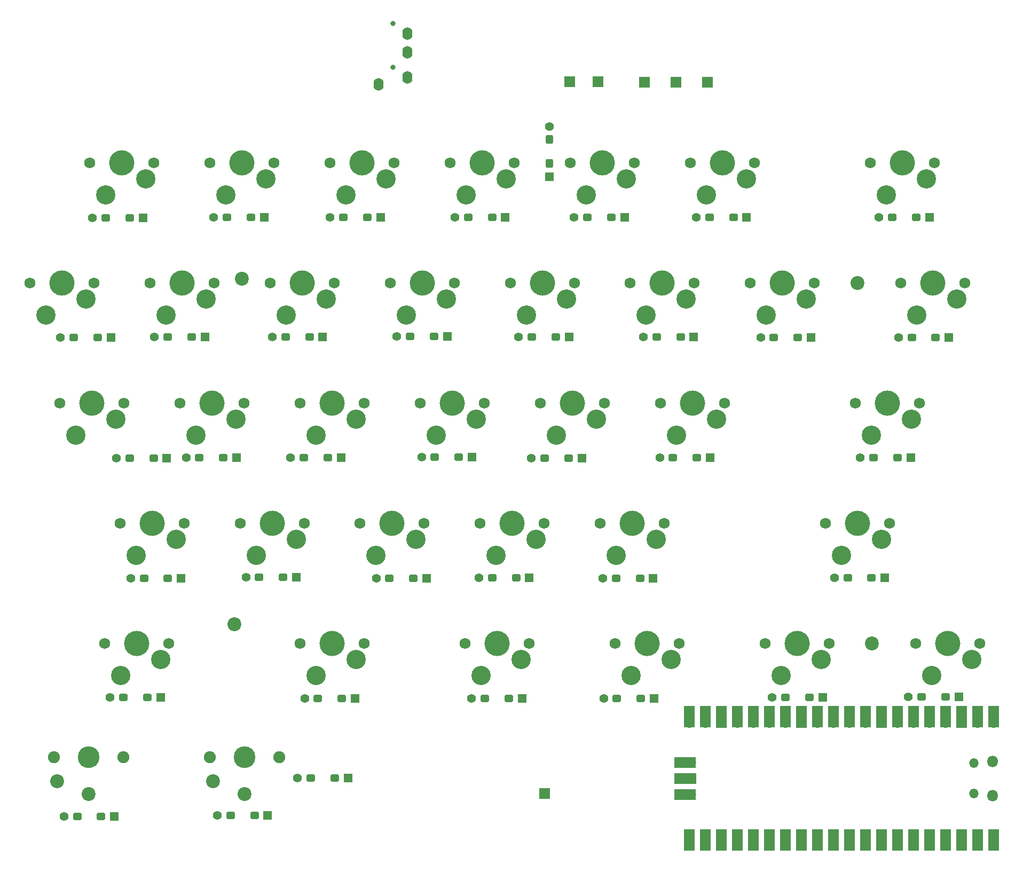
<source format=gbr>
%TF.GenerationSoftware,KiCad,Pcbnew,8.0.7*%
%TF.CreationDate,2025-05-31T19:51:50+02:00*%
%TF.ProjectId,pcb_keyboard_dx,7063625f-6b65-4796-926f-6172645f6478,rev?*%
%TF.SameCoordinates,Original*%
%TF.FileFunction,Soldermask,Top*%
%TF.FilePolarity,Negative*%
%FSLAX46Y46*%
G04 Gerber Fmt 4.6, Leading zero omitted, Abs format (unit mm)*
G04 Created by KiCad (PCBNEW 8.0.7) date 2025-05-31 19:51:50*
%MOMM*%
%LPD*%
G01*
G04 APERTURE LIST*
G04 Aperture macros list*
%AMRoundRect*
0 Rectangle with rounded corners*
0 $1 Rounding radius*
0 $2 $3 $4 $5 $6 $7 $8 $9 X,Y pos of 4 corners*
0 Add a 4 corners polygon primitive as box body*
4,1,4,$2,$3,$4,$5,$6,$7,$8,$9,$2,$3,0*
0 Add four circle primitives for the rounded corners*
1,1,$1+$1,$2,$3*
1,1,$1+$1,$4,$5*
1,1,$1+$1,$6,$7*
1,1,$1+$1,$8,$9*
0 Add four rect primitives between the rounded corners*
20,1,$1+$1,$2,$3,$4,$5,0*
20,1,$1+$1,$4,$5,$6,$7,0*
20,1,$1+$1,$6,$7,$8,$9,0*
20,1,$1+$1,$8,$9,$2,$3,0*%
G04 Aperture macros list end*
%ADD10C,1.900000*%
%ADD11C,3.450000*%
%ADD12C,2.200000*%
%ADD13C,1.750000*%
%ADD14C,3.050000*%
%ADD15C,4.000000*%
%ADD16O,1.800000X1.800000*%
%ADD17O,1.500000X1.500000*%
%ADD18O,1.700000X1.700000*%
%ADD19R,1.700000X3.500000*%
%ADD20R,1.700000X1.700000*%
%ADD21R,3.500000X1.700000*%
%ADD22C,0.800000*%
%ADD23O,1.600000X2.000000*%
%ADD24R,1.400000X1.400000*%
%ADD25RoundRect,0.300000X0.400000X0.300000X-0.400000X0.300000X-0.400000X-0.300000X0.400000X-0.300000X0*%
%ADD26C,1.400000*%
%ADD27RoundRect,0.300000X0.300000X-0.400000X0.300000X0.400000X-0.300000X0.400000X-0.300000X-0.400000X0*%
G04 APERTURE END LIST*
D10*
%TO.C,S3*%
X46662250Y-139852000D03*
D11*
X41162250Y-139852000D03*
D10*
X35662250Y-139852000D03*
D12*
X41162250Y-145752000D03*
X36162250Y-143652000D03*
%TD*%
D13*
%TO.C,S8*%
X53911000Y-121827000D03*
D14*
X52641000Y-124367000D03*
D15*
X48831000Y-121827000D03*
D14*
X46291000Y-126907000D03*
D13*
X43751000Y-121827000D03*
%TD*%
%TO.C,S18*%
X94374750Y-102787000D03*
D14*
X93104750Y-105327000D03*
D15*
X89294750Y-102787000D03*
D14*
X86754750Y-107867000D03*
D13*
X84214750Y-102787000D03*
%TD*%
D16*
%TO.C,U1*%
X184549750Y-140525419D03*
D17*
X181519750Y-140825419D03*
X181519750Y-145675419D03*
D16*
X184549750Y-145975419D03*
D18*
X184679750Y-134360419D03*
D19*
X184679750Y-133460419D03*
D18*
X182139750Y-134360419D03*
D19*
X182139750Y-133460419D03*
D20*
X179599750Y-134360419D03*
D19*
X179599750Y-133460419D03*
D18*
X177059750Y-134360419D03*
D19*
X177059750Y-133460419D03*
D18*
X174519750Y-134360419D03*
D19*
X174519750Y-133460419D03*
D18*
X171979750Y-134360419D03*
D19*
X171979750Y-133460419D03*
D18*
X169439750Y-134360419D03*
D19*
X169439750Y-133460419D03*
D20*
X166899750Y-134360419D03*
D19*
X166899750Y-133460419D03*
D18*
X164359750Y-134360419D03*
D19*
X164359750Y-133460419D03*
D18*
X161819750Y-134360419D03*
D19*
X161819750Y-133460419D03*
D18*
X159279750Y-134360419D03*
D19*
X159279750Y-133460419D03*
D18*
X156739750Y-134360419D03*
D19*
X156739750Y-133460419D03*
D20*
X154199750Y-134360419D03*
D19*
X154199750Y-133460419D03*
D18*
X151659750Y-134360419D03*
D19*
X151659750Y-133460419D03*
D18*
X149119750Y-134360419D03*
D19*
X149119750Y-133460419D03*
D18*
X146579750Y-134360419D03*
D19*
X146579750Y-133460419D03*
D18*
X144039750Y-134360419D03*
D19*
X144039750Y-133460419D03*
D20*
X141499750Y-134360419D03*
D19*
X141499750Y-133460419D03*
D18*
X138959750Y-134360419D03*
D19*
X138959750Y-133460419D03*
D18*
X136419750Y-134360419D03*
D19*
X136419750Y-133460419D03*
D18*
X136419750Y-152140419D03*
D19*
X136419750Y-153040419D03*
D18*
X138959750Y-152140419D03*
D19*
X138959750Y-153040419D03*
D20*
X141499750Y-152140419D03*
D19*
X141499750Y-153040419D03*
D18*
X144039750Y-152140419D03*
D19*
X144039750Y-153040419D03*
D18*
X146579750Y-152140419D03*
D19*
X146579750Y-153040419D03*
D18*
X149119750Y-152140419D03*
D19*
X149119750Y-153040419D03*
D18*
X151659750Y-152140419D03*
D19*
X151659750Y-153040419D03*
D20*
X154199750Y-152140419D03*
D19*
X154199750Y-153040419D03*
D18*
X156739750Y-152140419D03*
D19*
X156739750Y-153040419D03*
D18*
X159279750Y-152140419D03*
D19*
X159279750Y-153040419D03*
D18*
X161819750Y-152140419D03*
D19*
X161819750Y-153040419D03*
D18*
X164359750Y-152140419D03*
D19*
X164359750Y-153040419D03*
D20*
X166899750Y-152140419D03*
D19*
X166899750Y-153040419D03*
D18*
X169439750Y-152140419D03*
D19*
X169439750Y-153040419D03*
D18*
X171979750Y-152140419D03*
D19*
X171979750Y-153040419D03*
D18*
X174519750Y-152140419D03*
D19*
X174519750Y-153040419D03*
D18*
X177059750Y-152140419D03*
D19*
X177059750Y-153040419D03*
D20*
X179599750Y-152140419D03*
D19*
X179599750Y-153040419D03*
D18*
X182139750Y-152140419D03*
D19*
X182139750Y-153040419D03*
D18*
X184679750Y-152140419D03*
D19*
X184679750Y-153040419D03*
D18*
X136649750Y-140710419D03*
D21*
X135749750Y-140710419D03*
D20*
X136649750Y-143250419D03*
D21*
X135749750Y-143250419D03*
D18*
X136649750Y-145790419D03*
D21*
X135749750Y-145790419D03*
%TD*%
D13*
%TO.C,S6*%
X65814750Y-83747000D03*
D14*
X64544750Y-86287000D03*
D15*
X60734750Y-83747000D03*
D14*
X58194750Y-88827000D03*
D13*
X55654750Y-83747000D03*
%TD*%
%TO.C,S32*%
X175304750Y-45657000D03*
D14*
X174034750Y-48197000D03*
D15*
X170224750Y-45657000D03*
D14*
X167684750Y-50737000D03*
D13*
X165144750Y-45657000D03*
%TD*%
D22*
%TO.C,U3*%
X89449750Y-23518600D03*
X89449750Y-30518600D03*
D23*
X87149750Y-33218600D03*
X91749750Y-32118600D03*
X91749750Y-28118600D03*
X91749750Y-25118600D03*
%TD*%
D13*
%TO.C,S33*%
X180067250Y-64707000D03*
D14*
X178797250Y-67247000D03*
D15*
X174987250Y-64707000D03*
D14*
X172447250Y-69787000D03*
D13*
X169907250Y-64707000D03*
%TD*%
%TO.C,S25*%
X137214750Y-64707000D03*
D14*
X135944750Y-67247000D03*
D15*
X132134750Y-64707000D03*
D14*
X129594750Y-69787000D03*
D13*
X127054750Y-64707000D03*
%TD*%
%TO.C,S5*%
X61054750Y-64707000D03*
D14*
X59784750Y-67247000D03*
D15*
X55974750Y-64707000D03*
D14*
X53434750Y-69787000D03*
D13*
X50894750Y-64707000D03*
%TD*%
%TO.C,S7*%
X56294750Y-102787000D03*
D14*
X55024750Y-105327000D03*
D15*
X51214750Y-102787000D03*
D14*
X48674750Y-107867000D03*
D13*
X46134750Y-102787000D03*
%TD*%
%TO.C,S36*%
X182448500Y-121827000D03*
D14*
X181178500Y-124367000D03*
D15*
X177368500Y-121827000D03*
D14*
X174828500Y-126907000D03*
D13*
X172288500Y-121827000D03*
%TD*%
%TO.C,S30*%
X156254750Y-64707000D03*
D14*
X154984750Y-67247000D03*
D15*
X151174750Y-64707000D03*
D14*
X148634750Y-69787000D03*
D13*
X146094750Y-64707000D03*
%TD*%
%TO.C,S2*%
X46774750Y-83747000D03*
D14*
X45504750Y-86287000D03*
D15*
X41694750Y-83747000D03*
D14*
X39154750Y-88827000D03*
D13*
X36614750Y-83747000D03*
%TD*%
%TO.C,S27*%
X132454750Y-102787000D03*
D14*
X131184750Y-105327000D03*
D15*
X127374750Y-102787000D03*
D14*
X124834750Y-107867000D03*
D13*
X122294750Y-102787000D03*
%TD*%
%TO.C,S9*%
X70569750Y-45657000D03*
D14*
X69299750Y-48197000D03*
D15*
X65489750Y-45657000D03*
D14*
X62949750Y-50737000D03*
D13*
X60409750Y-45657000D03*
%TD*%
%TO.C,S10*%
X80094750Y-64707000D03*
D14*
X78824750Y-67247000D03*
D15*
X75014750Y-64707000D03*
D14*
X72474750Y-69787000D03*
D13*
X69934750Y-64707000D03*
%TD*%
%TO.C,S1*%
X42014750Y-64707000D03*
D14*
X40744750Y-67247000D03*
D15*
X36934750Y-64707000D03*
D14*
X34394750Y-69787000D03*
D13*
X31854750Y-64707000D03*
%TD*%
%TO.C,S13*%
X84852250Y-121827000D03*
D14*
X83582250Y-124367000D03*
D15*
X79772250Y-121827000D03*
D14*
X77232250Y-126907000D03*
D13*
X74692250Y-121827000D03*
%TD*%
%TO.C,S17*%
X103894750Y-83747000D03*
D14*
X102624750Y-86287000D03*
D15*
X98814750Y-83747000D03*
D14*
X96274750Y-88827000D03*
D13*
X93734750Y-83747000D03*
%TD*%
D20*
%TO.C,TP6*%
X113463964Y-145664614D03*
%TD*%
D13*
%TO.C,S23*%
X111033500Y-121827000D03*
D14*
X109763500Y-124367000D03*
D15*
X105953500Y-121827000D03*
D14*
X103413500Y-126907000D03*
D13*
X100873500Y-121827000D03*
%TD*%
D20*
%TO.C,TP4*%
X134339750Y-32827000D03*
%TD*%
D13*
%TO.C,S21*%
X122934750Y-83747000D03*
D14*
X121664750Y-86287000D03*
D15*
X117854750Y-83747000D03*
D14*
X115314750Y-88827000D03*
D13*
X112774750Y-83747000D03*
%TD*%
%TO.C,S31*%
X158633500Y-121827000D03*
D14*
X157363500Y-124367000D03*
D15*
X153553500Y-121827000D03*
D14*
X151013500Y-126907000D03*
D13*
X148473500Y-121827000D03*
%TD*%
%TO.C,S28*%
X134833500Y-121827000D03*
D14*
X133563500Y-124367000D03*
D15*
X129753500Y-121827000D03*
D14*
X127213500Y-126907000D03*
D13*
X124673500Y-121827000D03*
%TD*%
%TO.C,S24*%
X127689750Y-45657000D03*
D14*
X126419750Y-48197000D03*
D15*
X122609750Y-45657000D03*
D14*
X120069750Y-50737000D03*
D13*
X117529750Y-45657000D03*
%TD*%
%TO.C,S35*%
X168161000Y-102787000D03*
D14*
X166891000Y-105327000D03*
D15*
X163081000Y-102787000D03*
D14*
X160541000Y-107867000D03*
D13*
X158001000Y-102787000D03*
%TD*%
%TO.C,S26*%
X141974750Y-83747000D03*
D14*
X140704750Y-86287000D03*
D15*
X136894750Y-83747000D03*
D14*
X134354750Y-88827000D03*
D13*
X131814750Y-83747000D03*
%TD*%
D12*
%TO.C,H3*%
X165402250Y-121832000D03*
%TD*%
D20*
%TO.C,TP5*%
X139269750Y-32857000D03*
%TD*%
D13*
%TO.C,S11*%
X84854750Y-83747000D03*
D14*
X83584750Y-86287000D03*
D15*
X79774750Y-83747000D03*
D14*
X77234750Y-88827000D03*
D13*
X74694750Y-83747000D03*
%TD*%
D20*
%TO.C,TP2*%
X121969750Y-32777000D03*
%TD*%
D13*
%TO.C,S4*%
X51529750Y-45657000D03*
D14*
X50259750Y-48197000D03*
D15*
X46449750Y-45657000D03*
D14*
X43909750Y-50737000D03*
D13*
X41369750Y-45657000D03*
%TD*%
D20*
%TO.C,TP3*%
X129309750Y-32867000D03*
%TD*%
D12*
%TO.C,H4*%
X64301000Y-118827000D03*
%TD*%
D13*
%TO.C,S12*%
X75334750Y-102787000D03*
D14*
X74064750Y-105327000D03*
D15*
X70254750Y-102787000D03*
D14*
X67714750Y-107867000D03*
D13*
X65174750Y-102787000D03*
%TD*%
D10*
%TO.C,S14*%
X71412250Y-139852000D03*
D11*
X65912250Y-139852000D03*
D10*
X60412250Y-139852000D03*
D12*
X65912250Y-145752000D03*
X60912250Y-143652000D03*
%TD*%
D13*
%TO.C,S20*%
X118174750Y-64707000D03*
D14*
X116904750Y-67247000D03*
D15*
X113094750Y-64707000D03*
D14*
X110554750Y-69787000D03*
D13*
X108014750Y-64707000D03*
%TD*%
%TO.C,S19*%
X108649750Y-45657000D03*
D14*
X107379750Y-48197000D03*
D15*
X103569750Y-45657000D03*
D14*
X101029750Y-50737000D03*
D13*
X98489750Y-45657000D03*
%TD*%
D12*
%TO.C,H2*%
X163080750Y-64707000D03*
%TD*%
D20*
%TO.C,TP1*%
X117419750Y-32747000D03*
%TD*%
D13*
%TO.C,S22*%
X113414750Y-102787000D03*
D14*
X112144750Y-105327000D03*
D15*
X108334750Y-102787000D03*
D14*
X105794750Y-107867000D03*
D13*
X103254750Y-102787000D03*
%TD*%
%TO.C,S15*%
X89609750Y-45657000D03*
D14*
X88339750Y-48197000D03*
D15*
X84529750Y-45657000D03*
D14*
X81989750Y-50737000D03*
D13*
X79449750Y-45657000D03*
%TD*%
%TO.C,S16*%
X99134750Y-64707000D03*
D14*
X97864750Y-67247000D03*
D15*
X94054750Y-64707000D03*
D14*
X91514750Y-69787000D03*
D13*
X88974750Y-64707000D03*
%TD*%
%TO.C,S29*%
X146729750Y-45657000D03*
D14*
X145459750Y-48197000D03*
D15*
X141649750Y-45657000D03*
D14*
X139109750Y-50737000D03*
D13*
X136569750Y-45657000D03*
%TD*%
D12*
%TO.C,H1*%
X65472250Y-64052000D03*
%TD*%
D13*
%TO.C,S34*%
X172923500Y-83747000D03*
D14*
X171653500Y-86287000D03*
D15*
X167843500Y-83747000D03*
D14*
X165303500Y-88827000D03*
D13*
X162763500Y-83747000D03*
%TD*%
D24*
%TO.C,D11*%
X81179750Y-92397000D03*
D25*
X79079750Y-92397000D03*
X75279750Y-92397000D03*
D26*
X73179750Y-92397000D03*
%TD*%
D24*
%TO.C,D9*%
X68999750Y-54287000D03*
D25*
X66899750Y-54287000D03*
X63099750Y-54287000D03*
D26*
X60999750Y-54287000D03*
%TD*%
D24*
%TO.C,D24*%
X126149750Y-54307000D03*
D25*
X124049750Y-54307000D03*
X120249750Y-54307000D03*
D26*
X118149750Y-54307000D03*
%TD*%
D24*
%TO.C,D12*%
X74107250Y-111368250D03*
D25*
X72007250Y-111368250D03*
X68207250Y-111368250D03*
D26*
X66107250Y-111368250D03*
%TD*%
D24*
%TO.C,D25*%
X137129750Y-73287000D03*
D25*
X135029750Y-73287000D03*
X131229750Y-73287000D03*
D26*
X129129750Y-73287000D03*
%TD*%
D24*
%TO.C,D3*%
X45249750Y-149317000D03*
D25*
X43149750Y-149317000D03*
X39349750Y-149317000D03*
D26*
X37249750Y-149317000D03*
%TD*%
D24*
%TO.C,D38*%
X82299750Y-143157000D03*
D25*
X80199750Y-143157000D03*
X76399750Y-143157000D03*
D26*
X74299750Y-143157000D03*
%TD*%
D24*
%TO.C,D22*%
X111059750Y-111417000D03*
D25*
X108959750Y-111417000D03*
X105159750Y-111417000D03*
D26*
X103059750Y-111417000D03*
%TD*%
D24*
%TO.C,D33*%
X177589750Y-73347000D03*
D25*
X175489750Y-73347000D03*
X171689750Y-73347000D03*
D26*
X169589750Y-73347000D03*
%TD*%
D24*
%TO.C,D7*%
X55839750Y-111547000D03*
D25*
X53739750Y-111547000D03*
X49939750Y-111547000D03*
D26*
X47839750Y-111547000D03*
%TD*%
D24*
%TO.C,D30*%
X155729750Y-73327000D03*
D25*
X153629750Y-73327000D03*
X149829750Y-73327000D03*
D26*
X147729750Y-73327000D03*
%TD*%
D24*
%TO.C,D14*%
X69569750Y-149127000D03*
D25*
X67469750Y-149127000D03*
X63669750Y-149127000D03*
D26*
X61569750Y-149127000D03*
%TD*%
D24*
%TO.C,D15*%
X87469750Y-54277000D03*
D25*
X85369750Y-54277000D03*
X81569750Y-54277000D03*
D26*
X79469750Y-54277000D03*
%TD*%
D24*
%TO.C,D16*%
X98029750Y-73167000D03*
D25*
X95929750Y-73167000D03*
X92129750Y-73167000D03*
D26*
X90029750Y-73167000D03*
%TD*%
D24*
%TO.C,D1*%
X44719750Y-73367000D03*
D25*
X42619750Y-73367000D03*
X38819750Y-73367000D03*
D26*
X36719750Y-73367000D03*
%TD*%
D24*
%TO.C,D6*%
X64629750Y-92347000D03*
D25*
X62529750Y-92347000D03*
X58729750Y-92347000D03*
D26*
X56629750Y-92347000D03*
%TD*%
D24*
%TO.C,D17*%
X101959750Y-92327000D03*
D25*
X99859750Y-92327000D03*
X96059750Y-92327000D03*
D26*
X93959750Y-92327000D03*
%TD*%
D24*
%TO.C,D37*%
X114238500Y-47854500D03*
D27*
X114238500Y-45754500D03*
X114238500Y-41954500D03*
D26*
X114238500Y-39854500D03*
%TD*%
D24*
%TO.C,D28*%
X130847250Y-130548250D03*
D25*
X128747250Y-130548250D03*
X124947250Y-130548250D03*
D26*
X122847250Y-130548250D03*
%TD*%
D24*
%TO.C,D36*%
X179169750Y-130329419D03*
D25*
X177069750Y-130329419D03*
X173269750Y-130329419D03*
D26*
X171169750Y-130329419D03*
%TD*%
D24*
%TO.C,D18*%
X94769750Y-111497000D03*
D25*
X92669750Y-111497000D03*
X88869750Y-111497000D03*
D26*
X86769750Y-111497000D03*
%TD*%
D24*
%TO.C,D34*%
X171529750Y-92347000D03*
D25*
X169429750Y-92347000D03*
X165629750Y-92347000D03*
D26*
X163529750Y-92347000D03*
%TD*%
D24*
%TO.C,D21*%
X119399750Y-92507000D03*
D25*
X117299750Y-92507000D03*
X113499750Y-92507000D03*
D26*
X111399750Y-92507000D03*
%TD*%
D24*
%TO.C,D19*%
X107249750Y-54240419D03*
D25*
X105149750Y-54240419D03*
X101349750Y-54240419D03*
D26*
X99249750Y-54240419D03*
%TD*%
D24*
%TO.C,D35*%
X167429750Y-111447000D03*
D25*
X165329750Y-111447000D03*
X161529750Y-111447000D03*
D26*
X159429750Y-111447000D03*
%TD*%
D24*
%TO.C,D10*%
X78279750Y-73287000D03*
D25*
X76179750Y-73287000D03*
X72379750Y-73287000D03*
D26*
X70279750Y-73287000D03*
%TD*%
D24*
%TO.C,D31*%
X157579750Y-130367000D03*
D25*
X155479750Y-130367000D03*
X151679750Y-130367000D03*
D26*
X149579750Y-130367000D03*
%TD*%
D24*
%TO.C,D23*%
X109889750Y-130527000D03*
D25*
X107789750Y-130527000D03*
X103989750Y-130527000D03*
D26*
X101889750Y-130527000D03*
%TD*%
D24*
%TO.C,D29*%
X145509750Y-54240419D03*
D25*
X143409750Y-54240419D03*
X139609750Y-54240419D03*
D26*
X137509750Y-54240419D03*
%TD*%
D24*
%TO.C,D4*%
X49769750Y-54337000D03*
D25*
X47669750Y-54337000D03*
X43869750Y-54337000D03*
D26*
X41769750Y-54337000D03*
%TD*%
D24*
%TO.C,D20*%
X117349750Y-73227000D03*
D25*
X115249750Y-73227000D03*
X111449750Y-73227000D03*
D26*
X109349750Y-73227000D03*
%TD*%
D24*
%TO.C,D8*%
X52567250Y-130438250D03*
D25*
X50467250Y-130438250D03*
X46667250Y-130438250D03*
D26*
X44567250Y-130438250D03*
%TD*%
D24*
%TO.C,D27*%
X130689750Y-111517000D03*
D25*
X128589750Y-111517000D03*
X124789750Y-111517000D03*
D26*
X122689750Y-111517000D03*
%TD*%
D24*
%TO.C,D26*%
X139729750Y-92367000D03*
D25*
X137629750Y-92367000D03*
X133829750Y-92367000D03*
D26*
X131729750Y-92367000D03*
%TD*%
D24*
%TO.C,D2*%
X53559750Y-92437000D03*
D25*
X51459750Y-92437000D03*
X47659750Y-92437000D03*
D26*
X45559750Y-92437000D03*
%TD*%
D24*
%TO.C,D32*%
X174479750Y-54247000D03*
D25*
X172379750Y-54247000D03*
X168579750Y-54247000D03*
D26*
X166479750Y-54247000D03*
%TD*%
D24*
%TO.C,D5*%
X59609750Y-73227000D03*
D25*
X57509750Y-73227000D03*
X53709750Y-73227000D03*
D26*
X51609750Y-73227000D03*
%TD*%
D24*
%TO.C,D13*%
X83427250Y-130568250D03*
D25*
X81327250Y-130568250D03*
X77527250Y-130568250D03*
D26*
X75427250Y-130568250D03*
%TD*%
M02*

</source>
